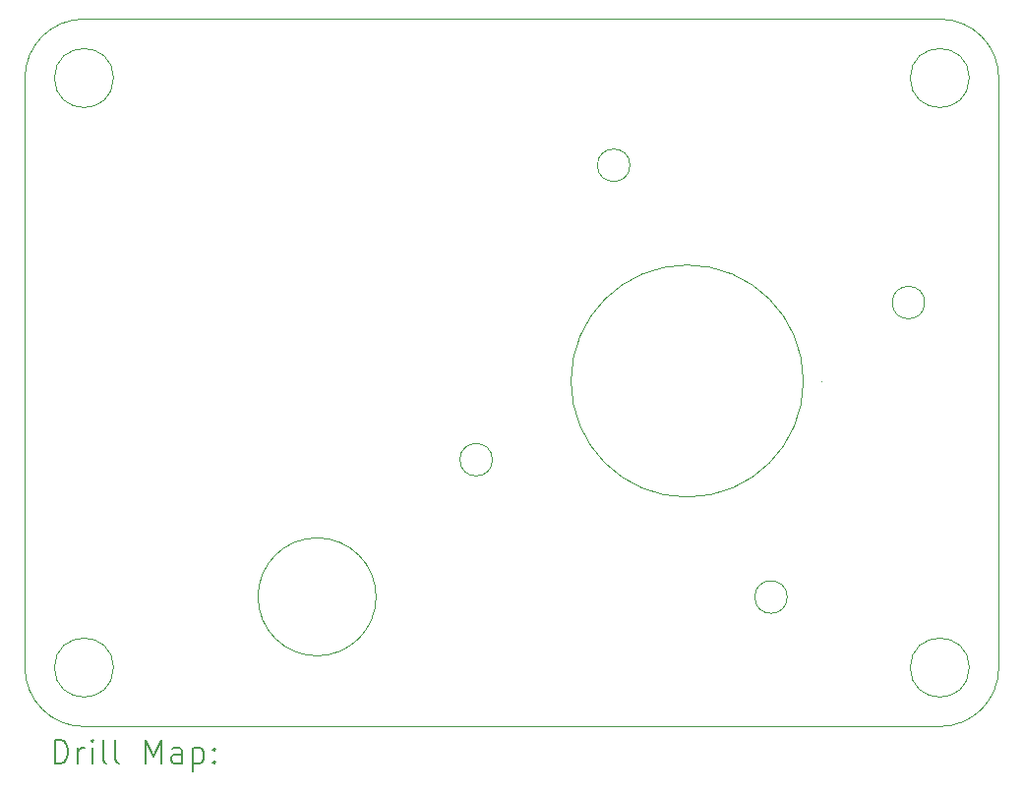
<source format=gbr>
%TF.GenerationSoftware,KiCad,Pcbnew,7.0.9*%
%TF.CreationDate,2024-01-18T23:32:07-06:00*%
%TF.ProjectId,cv_lighting_pcb,63765f6c-6967-4687-9469-6e675f706362,rev?*%
%TF.SameCoordinates,Original*%
%TF.FileFunction,Drillmap*%
%TF.FilePolarity,Positive*%
%FSLAX45Y45*%
G04 Gerber Fmt 4.5, Leading zero omitted, Abs format (unit mm)*
G04 Created by KiCad (PCBNEW 7.0.9) date 2024-01-18 23:32:07*
%MOMM*%
%LPD*%
G01*
G04 APERTURE LIST*
%ADD10C,0.100000*%
%ADD11C,0.200000*%
G04 APERTURE END LIST*
D10*
X18034000Y-10668000D02*
G75*
G03*
X18034000Y-10668000I-254000J0D01*
G01*
X17650496Y-7522835D02*
G75*
G03*
X17650496Y-7522835I-140000J0D01*
G01*
X9906000Y-10668000D02*
G75*
G03*
X10414000Y-11176000I508000J0D01*
G01*
X16758920Y-8199120D02*
G75*
G03*
X16758920Y-8199120I0J0D01*
G01*
X13929503Y-8877165D02*
G75*
G03*
X13929503Y-8877165I-140000J0D01*
G01*
X18288000Y-5588000D02*
X18288000Y-10668000D01*
X18034000Y-5588000D02*
G75*
G03*
X18034000Y-5588000I-254000J0D01*
G01*
X15112834Y-6339503D02*
G75*
G03*
X15112834Y-6339503I-140000J0D01*
G01*
X10668000Y-10668000D02*
G75*
G03*
X10668000Y-10668000I-254000J0D01*
G01*
X18288000Y-5588000D02*
G75*
G03*
X17780000Y-5080000I-508000J0D01*
G01*
X10414000Y-5080000D02*
X17780000Y-5080000D01*
X9906000Y-10668000D02*
X9906000Y-5588000D01*
X17780000Y-11176000D02*
X10414000Y-11176000D01*
X10668000Y-5588000D02*
G75*
G03*
X10668000Y-5588000I-254000J0D01*
G01*
X17780000Y-11176000D02*
G75*
G03*
X18288000Y-10668000I0J508000D01*
G01*
X16606105Y-8199120D02*
G75*
G03*
X16606105Y-8199120I-1000001J0D01*
G01*
X12928600Y-10058400D02*
G75*
G03*
X12928600Y-10058400I-508348J0D01*
G01*
X16467165Y-10060497D02*
G75*
G03*
X16467165Y-10060497I-140000J0D01*
G01*
X10414000Y-5080000D02*
G75*
G03*
X9906000Y-5588000I0J-508000D01*
G01*
D11*
X10161777Y-11492484D02*
X10161777Y-11292484D01*
X10161777Y-11292484D02*
X10209396Y-11292484D01*
X10209396Y-11292484D02*
X10237967Y-11302008D01*
X10237967Y-11302008D02*
X10257015Y-11321055D01*
X10257015Y-11321055D02*
X10266539Y-11340103D01*
X10266539Y-11340103D02*
X10276063Y-11378198D01*
X10276063Y-11378198D02*
X10276063Y-11406769D01*
X10276063Y-11406769D02*
X10266539Y-11444865D01*
X10266539Y-11444865D02*
X10257015Y-11463912D01*
X10257015Y-11463912D02*
X10237967Y-11482960D01*
X10237967Y-11482960D02*
X10209396Y-11492484D01*
X10209396Y-11492484D02*
X10161777Y-11492484D01*
X10361777Y-11492484D02*
X10361777Y-11359150D01*
X10361777Y-11397246D02*
X10371301Y-11378198D01*
X10371301Y-11378198D02*
X10380824Y-11368674D01*
X10380824Y-11368674D02*
X10399872Y-11359150D01*
X10399872Y-11359150D02*
X10418920Y-11359150D01*
X10485586Y-11492484D02*
X10485586Y-11359150D01*
X10485586Y-11292484D02*
X10476063Y-11302008D01*
X10476063Y-11302008D02*
X10485586Y-11311531D01*
X10485586Y-11311531D02*
X10495110Y-11302008D01*
X10495110Y-11302008D02*
X10485586Y-11292484D01*
X10485586Y-11292484D02*
X10485586Y-11311531D01*
X10609396Y-11492484D02*
X10590348Y-11482960D01*
X10590348Y-11482960D02*
X10580824Y-11463912D01*
X10580824Y-11463912D02*
X10580824Y-11292484D01*
X10714158Y-11492484D02*
X10695110Y-11482960D01*
X10695110Y-11482960D02*
X10685586Y-11463912D01*
X10685586Y-11463912D02*
X10685586Y-11292484D01*
X10942729Y-11492484D02*
X10942729Y-11292484D01*
X10942729Y-11292484D02*
X11009396Y-11435341D01*
X11009396Y-11435341D02*
X11076063Y-11292484D01*
X11076063Y-11292484D02*
X11076063Y-11492484D01*
X11257015Y-11492484D02*
X11257015Y-11387722D01*
X11257015Y-11387722D02*
X11247491Y-11368674D01*
X11247491Y-11368674D02*
X11228443Y-11359150D01*
X11228443Y-11359150D02*
X11190348Y-11359150D01*
X11190348Y-11359150D02*
X11171301Y-11368674D01*
X11257015Y-11482960D02*
X11237967Y-11492484D01*
X11237967Y-11492484D02*
X11190348Y-11492484D01*
X11190348Y-11492484D02*
X11171301Y-11482960D01*
X11171301Y-11482960D02*
X11161777Y-11463912D01*
X11161777Y-11463912D02*
X11161777Y-11444865D01*
X11161777Y-11444865D02*
X11171301Y-11425817D01*
X11171301Y-11425817D02*
X11190348Y-11416293D01*
X11190348Y-11416293D02*
X11237967Y-11416293D01*
X11237967Y-11416293D02*
X11257015Y-11406769D01*
X11352253Y-11359150D02*
X11352253Y-11559150D01*
X11352253Y-11368674D02*
X11371301Y-11359150D01*
X11371301Y-11359150D02*
X11409396Y-11359150D01*
X11409396Y-11359150D02*
X11428443Y-11368674D01*
X11428443Y-11368674D02*
X11437967Y-11378198D01*
X11437967Y-11378198D02*
X11447491Y-11397246D01*
X11447491Y-11397246D02*
X11447491Y-11454388D01*
X11447491Y-11454388D02*
X11437967Y-11473436D01*
X11437967Y-11473436D02*
X11428443Y-11482960D01*
X11428443Y-11482960D02*
X11409396Y-11492484D01*
X11409396Y-11492484D02*
X11371301Y-11492484D01*
X11371301Y-11492484D02*
X11352253Y-11482960D01*
X11533205Y-11473436D02*
X11542729Y-11482960D01*
X11542729Y-11482960D02*
X11533205Y-11492484D01*
X11533205Y-11492484D02*
X11523682Y-11482960D01*
X11523682Y-11482960D02*
X11533205Y-11473436D01*
X11533205Y-11473436D02*
X11533205Y-11492484D01*
X11533205Y-11368674D02*
X11542729Y-11378198D01*
X11542729Y-11378198D02*
X11533205Y-11387722D01*
X11533205Y-11387722D02*
X11523682Y-11378198D01*
X11523682Y-11378198D02*
X11533205Y-11368674D01*
X11533205Y-11368674D02*
X11533205Y-11387722D01*
M02*

</source>
